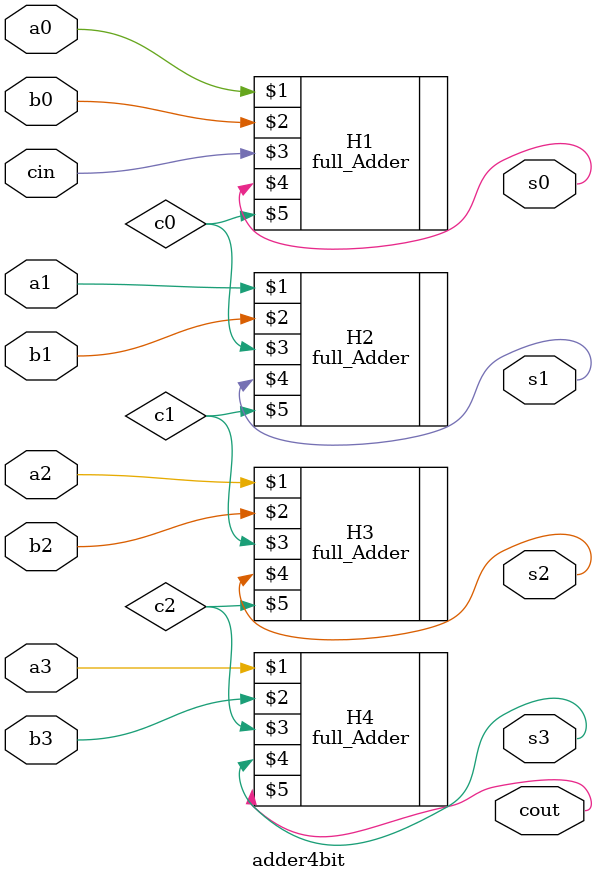
<source format=sv>
`timescale 1ns / 1ps


module adder4bit(
input logic a0,a1,a2,a3,b0,b1,b2,b3,cin,
output logic s0,s1,s2,s3,cout );

  logic c0,c1,c2 ;
  
  full_Adder H1 (a0,b0,cin,s0,c0);
  full_Adder H2 (a1,b1,c0,s1,c1);
  full_Adder H3 (a2,b2,c1,s2,c2);
  full_Adder H4 (a3,b3,c2,s3,cout);
        
endmodule

</source>
